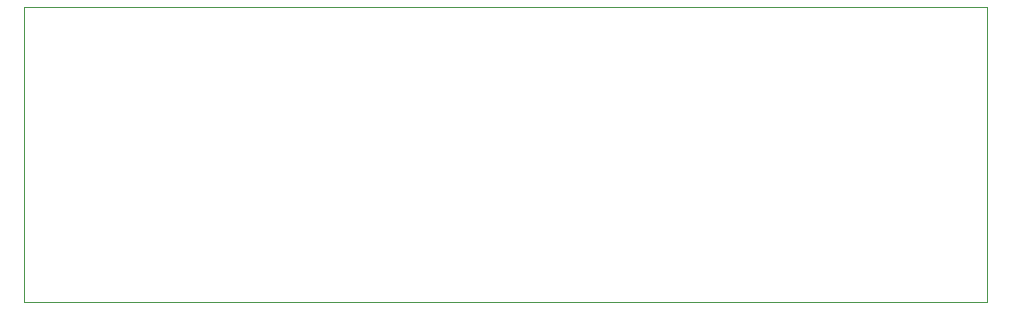
<source format=gbr>
G04 #@! TF.GenerationSoftware,KiCad,Pcbnew,5.1.6-c6e7f7d~87~ubuntu20.04.1*
G04 #@! TF.CreationDate,2020-08-28T15:20:52-04:00*
G04 #@! TF.ProjectId,Mikrokosmos,4d696b72-6f6b-46f7-936d-6f732e6b6963,rev?*
G04 #@! TF.SameCoordinates,Original*
G04 #@! TF.FileFunction,Profile,NP*
%FSLAX46Y46*%
G04 Gerber Fmt 4.6, Leading zero omitted, Abs format (unit mm)*
G04 Created by KiCad (PCBNEW 5.1.6-c6e7f7d~87~ubuntu20.04.1) date 2020-08-28 15:20:52*
%MOMM*%
%LPD*%
G01*
G04 APERTURE LIST*
G04 #@! TA.AperFunction,Profile*
%ADD10C,0.050000*%
G04 #@! TD*
G04 APERTURE END LIST*
D10*
X189000000Y-100000000D02*
X107500000Y-100000000D01*
X189000000Y-125000000D02*
X189000000Y-100000000D01*
X107500000Y-125000000D02*
X189000000Y-125000000D01*
X107500000Y-100000000D02*
X107500000Y-125000000D01*
M02*

</source>
